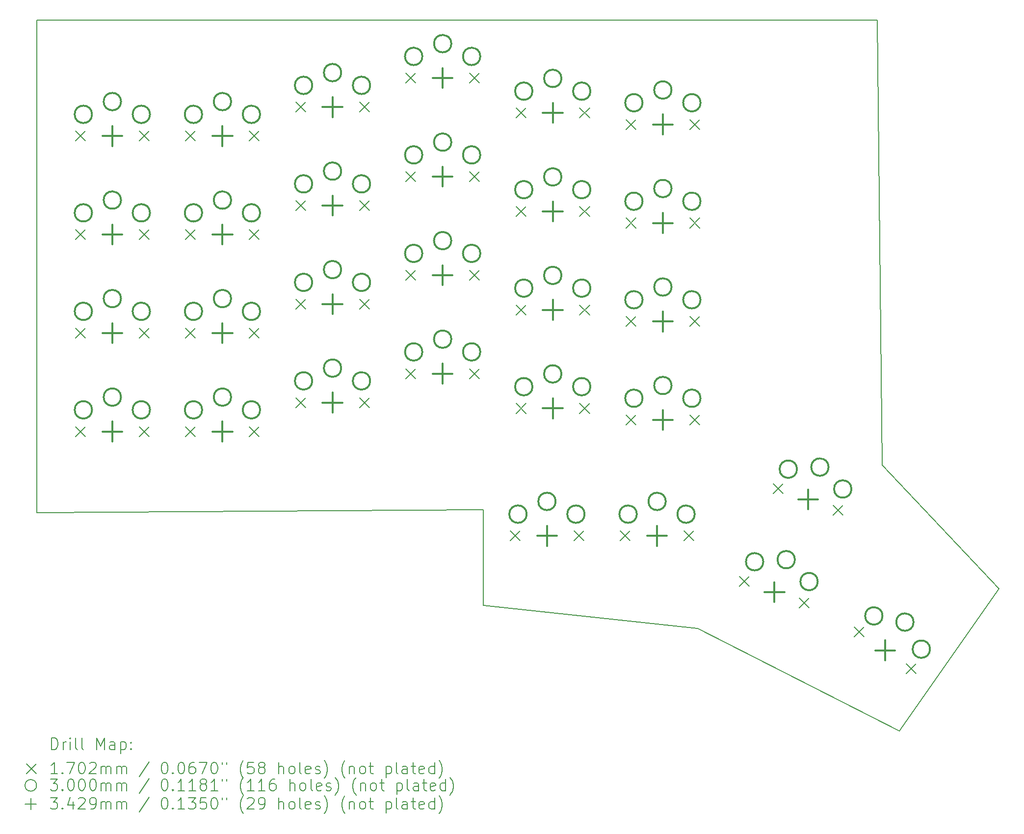
<source format=gbr>
%TF.GenerationSoftware,KiCad,Pcbnew,(6.0.9-0)*%
%TF.CreationDate,2023-01-10T21:03:52-06:00*%
%TF.ProjectId,board,626f6172-642e-46b6-9963-61645f706362,v1.0.0*%
%TF.SameCoordinates,Original*%
%TF.FileFunction,Drillmap*%
%TF.FilePolarity,Positive*%
%FSLAX45Y45*%
G04 Gerber Fmt 4.5, Leading zero omitted, Abs format (unit mm)*
G04 Created by KiCad (PCBNEW (6.0.9-0)) date 2023-01-10 21:03:52*
%MOMM*%
%LPD*%
G01*
G04 APERTURE LIST*
%ADD10C,0.150000*%
%ADD11C,0.200000*%
%ADD12C,0.170180*%
%ADD13C,0.300000*%
%ADD14C,0.342900*%
G04 APERTURE END LIST*
D10*
X1176500Y-9705000D02*
X1176500Y-1205000D01*
X1176500Y-1205000D02*
X15676500Y-1205000D01*
X15676500Y-1205000D02*
X15764190Y-8879568D01*
X15764190Y-8879568D02*
X17777912Y-11015603D01*
X17777912Y-11015603D02*
X16057182Y-13473059D01*
X16057182Y-13473059D02*
X12576500Y-11705000D01*
X12576500Y-11705000D02*
X8876500Y-11305000D01*
X8876500Y-11305000D02*
X8876500Y-9655000D01*
X8876500Y-9655000D02*
X1176500Y-9705000D01*
D11*
D12*
X1841410Y-3119910D02*
X2011590Y-3290090D01*
X2011590Y-3119910D02*
X1841410Y-3290090D01*
X1841410Y-4819910D02*
X2011590Y-4990090D01*
X2011590Y-4819910D02*
X1841410Y-4990090D01*
X1841410Y-6519910D02*
X2011590Y-6690090D01*
X2011590Y-6519910D02*
X1841410Y-6690090D01*
X1841410Y-8219910D02*
X2011590Y-8390090D01*
X2011590Y-8219910D02*
X1841410Y-8390090D01*
X2941410Y-3119910D02*
X3111590Y-3290090D01*
X3111590Y-3119910D02*
X2941410Y-3290090D01*
X2941410Y-4819910D02*
X3111590Y-4990090D01*
X3111590Y-4819910D02*
X2941410Y-4990090D01*
X2941410Y-6519910D02*
X3111590Y-6690090D01*
X3111590Y-6519910D02*
X2941410Y-6690090D01*
X2941410Y-8219910D02*
X3111590Y-8390090D01*
X3111590Y-8219910D02*
X2941410Y-8390090D01*
X3741410Y-3119910D02*
X3911590Y-3290090D01*
X3911590Y-3119910D02*
X3741410Y-3290090D01*
X3741410Y-4819910D02*
X3911590Y-4990090D01*
X3911590Y-4819910D02*
X3741410Y-4990090D01*
X3741410Y-8219910D02*
X3911590Y-8390090D01*
X3911590Y-8219910D02*
X3741410Y-8390090D01*
X3741410Y-6519910D02*
X3911590Y-6690090D01*
X3911590Y-6519910D02*
X3741410Y-6690090D01*
X4841410Y-3119910D02*
X5011590Y-3290090D01*
X5011590Y-3119910D02*
X4841410Y-3290090D01*
X4841410Y-4819910D02*
X5011590Y-4990090D01*
X5011590Y-4819910D02*
X4841410Y-4990090D01*
X4841410Y-8219910D02*
X5011590Y-8390090D01*
X5011590Y-8219910D02*
X4841410Y-8390090D01*
X4841410Y-6519910D02*
X5011590Y-6690090D01*
X5011590Y-6519910D02*
X4841410Y-6690090D01*
X5641410Y-2619910D02*
X5811590Y-2790090D01*
X5811590Y-2619910D02*
X5641410Y-2790090D01*
X5641410Y-4319910D02*
X5811590Y-4490090D01*
X5811590Y-4319910D02*
X5641410Y-4490090D01*
X5641410Y-6019910D02*
X5811590Y-6190090D01*
X5811590Y-6019910D02*
X5641410Y-6190090D01*
X5641410Y-7719910D02*
X5811590Y-7890090D01*
X5811590Y-7719910D02*
X5641410Y-7890090D01*
X6741410Y-2619910D02*
X6911590Y-2790090D01*
X6911590Y-2619910D02*
X6741410Y-2790090D01*
X6741410Y-4319910D02*
X6911590Y-4490090D01*
X6911590Y-4319910D02*
X6741410Y-4490090D01*
X6741410Y-6019910D02*
X6911590Y-6190090D01*
X6911590Y-6019910D02*
X6741410Y-6190090D01*
X6741410Y-7719910D02*
X6911590Y-7890090D01*
X6911590Y-7719910D02*
X6741410Y-7890090D01*
X7541410Y-2119910D02*
X7711590Y-2290090D01*
X7711590Y-2119910D02*
X7541410Y-2290090D01*
X7541410Y-3819910D02*
X7711590Y-3990090D01*
X7711590Y-3819910D02*
X7541410Y-3990090D01*
X7541410Y-5519910D02*
X7711590Y-5690090D01*
X7711590Y-5519910D02*
X7541410Y-5690090D01*
X7541410Y-7219910D02*
X7711590Y-7390090D01*
X7711590Y-7219910D02*
X7541410Y-7390090D01*
X8641410Y-2119910D02*
X8811590Y-2290090D01*
X8811590Y-2119910D02*
X8641410Y-2290090D01*
X8641410Y-3819910D02*
X8811590Y-3990090D01*
X8811590Y-3819910D02*
X8641410Y-3990090D01*
X8641410Y-5519910D02*
X8811590Y-5690090D01*
X8811590Y-5519910D02*
X8641410Y-5690090D01*
X8641410Y-7219910D02*
X8811590Y-7390090D01*
X8811590Y-7219910D02*
X8641410Y-7390090D01*
X9341410Y-10019910D02*
X9511590Y-10190090D01*
X9511590Y-10019910D02*
X9341410Y-10190090D01*
X9441410Y-2719910D02*
X9611590Y-2890090D01*
X9611590Y-2719910D02*
X9441410Y-2890090D01*
X9441410Y-4419910D02*
X9611590Y-4590090D01*
X9611590Y-4419910D02*
X9441410Y-4590090D01*
X9441410Y-7819910D02*
X9611590Y-7990090D01*
X9611590Y-7819910D02*
X9441410Y-7990090D01*
X9441410Y-6119910D02*
X9611590Y-6290090D01*
X9611590Y-6119910D02*
X9441410Y-6290090D01*
X10441410Y-10019910D02*
X10611590Y-10190090D01*
X10611590Y-10019910D02*
X10441410Y-10190090D01*
X10541410Y-2719910D02*
X10711590Y-2890090D01*
X10711590Y-2719910D02*
X10541410Y-2890090D01*
X10541410Y-4419910D02*
X10711590Y-4590090D01*
X10711590Y-4419910D02*
X10541410Y-4590090D01*
X10541410Y-7819910D02*
X10711590Y-7990090D01*
X10711590Y-7819910D02*
X10541410Y-7990090D01*
X10541410Y-6119910D02*
X10711590Y-6290090D01*
X10711590Y-6119910D02*
X10541410Y-6290090D01*
X11241410Y-10019910D02*
X11411590Y-10190090D01*
X11411590Y-10019910D02*
X11241410Y-10190090D01*
X11341410Y-4619910D02*
X11511590Y-4790090D01*
X11511590Y-4619910D02*
X11341410Y-4790090D01*
X11341410Y-6319910D02*
X11511590Y-6490090D01*
X11511590Y-6319910D02*
X11341410Y-6490090D01*
X11341410Y-2919910D02*
X11511590Y-3090090D01*
X11511590Y-2919910D02*
X11341410Y-3090090D01*
X11341410Y-8019910D02*
X11511590Y-8190090D01*
X11511590Y-8019910D02*
X11341410Y-8190090D01*
X12341410Y-10019910D02*
X12511590Y-10190090D01*
X12511590Y-10019910D02*
X12341410Y-10190090D01*
X12441410Y-4619910D02*
X12611590Y-4790090D01*
X12611590Y-4619910D02*
X12441410Y-4790090D01*
X12441410Y-6319910D02*
X12611590Y-6490090D01*
X12611590Y-6319910D02*
X12441410Y-6490090D01*
X12441410Y-2919910D02*
X12611590Y-3090090D01*
X12611590Y-2919910D02*
X12441410Y-3090090D01*
X12441410Y-8019910D02*
X12611590Y-8190090D01*
X12611590Y-8019910D02*
X12441410Y-8190090D01*
X13299122Y-10801517D02*
X13469302Y-10971697D01*
X13469302Y-10801517D02*
X13299122Y-10971697D01*
X13880557Y-9204039D02*
X14050737Y-9374219D01*
X14050737Y-9204039D02*
X13880557Y-9374219D01*
X14332784Y-11177739D02*
X14502964Y-11347919D01*
X14502964Y-11177739D02*
X14332784Y-11347919D01*
X14914218Y-9580262D02*
X15084398Y-9750442D01*
X15084398Y-9580262D02*
X14914218Y-9750442D01*
X15275983Y-11679774D02*
X15446163Y-11849954D01*
X15446163Y-11679774D02*
X15275983Y-11849954D01*
X16177050Y-12310708D02*
X16347230Y-12480888D01*
X16347230Y-12310708D02*
X16177050Y-12480888D01*
D13*
X2126500Y-2830000D02*
G75*
G03*
X2126500Y-2830000I-150000J0D01*
G01*
X2126500Y-4530000D02*
G75*
G03*
X2126500Y-4530000I-150000J0D01*
G01*
X2126500Y-6230000D02*
G75*
G03*
X2126500Y-6230000I-150000J0D01*
G01*
X2126500Y-7930000D02*
G75*
G03*
X2126500Y-7930000I-150000J0D01*
G01*
X2626500Y-2610000D02*
G75*
G03*
X2626500Y-2610000I-150000J0D01*
G01*
X2626500Y-2610000D02*
G75*
G03*
X2626500Y-2610000I-150000J0D01*
G01*
X2626500Y-4310000D02*
G75*
G03*
X2626500Y-4310000I-150000J0D01*
G01*
X2626500Y-4310000D02*
G75*
G03*
X2626500Y-4310000I-150000J0D01*
G01*
X2626500Y-6010000D02*
G75*
G03*
X2626500Y-6010000I-150000J0D01*
G01*
X2626500Y-6010000D02*
G75*
G03*
X2626500Y-6010000I-150000J0D01*
G01*
X2626500Y-7710000D02*
G75*
G03*
X2626500Y-7710000I-150000J0D01*
G01*
X2626500Y-7710000D02*
G75*
G03*
X2626500Y-7710000I-150000J0D01*
G01*
X3126500Y-2830000D02*
G75*
G03*
X3126500Y-2830000I-150000J0D01*
G01*
X3126500Y-4530000D02*
G75*
G03*
X3126500Y-4530000I-150000J0D01*
G01*
X3126500Y-6230000D02*
G75*
G03*
X3126500Y-6230000I-150000J0D01*
G01*
X3126500Y-7930000D02*
G75*
G03*
X3126500Y-7930000I-150000J0D01*
G01*
X4026500Y-2830000D02*
G75*
G03*
X4026500Y-2830000I-150000J0D01*
G01*
X4026500Y-4530000D02*
G75*
G03*
X4026500Y-4530000I-150000J0D01*
G01*
X4026500Y-7930000D02*
G75*
G03*
X4026500Y-7930000I-150000J0D01*
G01*
X4026500Y-6230000D02*
G75*
G03*
X4026500Y-6230000I-150000J0D01*
G01*
X4526500Y-2610000D02*
G75*
G03*
X4526500Y-2610000I-150000J0D01*
G01*
X4526500Y-2610000D02*
G75*
G03*
X4526500Y-2610000I-150000J0D01*
G01*
X4526500Y-4310000D02*
G75*
G03*
X4526500Y-4310000I-150000J0D01*
G01*
X4526500Y-4310000D02*
G75*
G03*
X4526500Y-4310000I-150000J0D01*
G01*
X4526500Y-7710000D02*
G75*
G03*
X4526500Y-7710000I-150000J0D01*
G01*
X4526500Y-7710000D02*
G75*
G03*
X4526500Y-7710000I-150000J0D01*
G01*
X4526500Y-6010000D02*
G75*
G03*
X4526500Y-6010000I-150000J0D01*
G01*
X4526500Y-6010000D02*
G75*
G03*
X4526500Y-6010000I-150000J0D01*
G01*
X5026500Y-2830000D02*
G75*
G03*
X5026500Y-2830000I-150000J0D01*
G01*
X5026500Y-4530000D02*
G75*
G03*
X5026500Y-4530000I-150000J0D01*
G01*
X5026500Y-7930000D02*
G75*
G03*
X5026500Y-7930000I-150000J0D01*
G01*
X5026500Y-6230000D02*
G75*
G03*
X5026500Y-6230000I-150000J0D01*
G01*
X5926500Y-2330000D02*
G75*
G03*
X5926500Y-2330000I-150000J0D01*
G01*
X5926500Y-4030000D02*
G75*
G03*
X5926500Y-4030000I-150000J0D01*
G01*
X5926500Y-5730000D02*
G75*
G03*
X5926500Y-5730000I-150000J0D01*
G01*
X5926500Y-7430000D02*
G75*
G03*
X5926500Y-7430000I-150000J0D01*
G01*
X6426500Y-2110000D02*
G75*
G03*
X6426500Y-2110000I-150000J0D01*
G01*
X6426500Y-2110000D02*
G75*
G03*
X6426500Y-2110000I-150000J0D01*
G01*
X6426500Y-3810000D02*
G75*
G03*
X6426500Y-3810000I-150000J0D01*
G01*
X6426500Y-3810000D02*
G75*
G03*
X6426500Y-3810000I-150000J0D01*
G01*
X6426500Y-5510000D02*
G75*
G03*
X6426500Y-5510000I-150000J0D01*
G01*
X6426500Y-5510000D02*
G75*
G03*
X6426500Y-5510000I-150000J0D01*
G01*
X6426500Y-7210000D02*
G75*
G03*
X6426500Y-7210000I-150000J0D01*
G01*
X6426500Y-7210000D02*
G75*
G03*
X6426500Y-7210000I-150000J0D01*
G01*
X6926500Y-2330000D02*
G75*
G03*
X6926500Y-2330000I-150000J0D01*
G01*
X6926500Y-4030000D02*
G75*
G03*
X6926500Y-4030000I-150000J0D01*
G01*
X6926500Y-5730000D02*
G75*
G03*
X6926500Y-5730000I-150000J0D01*
G01*
X6926500Y-7430000D02*
G75*
G03*
X6926500Y-7430000I-150000J0D01*
G01*
X7826500Y-1830000D02*
G75*
G03*
X7826500Y-1830000I-150000J0D01*
G01*
X7826500Y-3530000D02*
G75*
G03*
X7826500Y-3530000I-150000J0D01*
G01*
X7826500Y-5230000D02*
G75*
G03*
X7826500Y-5230000I-150000J0D01*
G01*
X7826500Y-6930000D02*
G75*
G03*
X7826500Y-6930000I-150000J0D01*
G01*
X8326500Y-1610000D02*
G75*
G03*
X8326500Y-1610000I-150000J0D01*
G01*
X8326500Y-1610000D02*
G75*
G03*
X8326500Y-1610000I-150000J0D01*
G01*
X8326500Y-3310000D02*
G75*
G03*
X8326500Y-3310000I-150000J0D01*
G01*
X8326500Y-3310000D02*
G75*
G03*
X8326500Y-3310000I-150000J0D01*
G01*
X8326500Y-5010000D02*
G75*
G03*
X8326500Y-5010000I-150000J0D01*
G01*
X8326500Y-5010000D02*
G75*
G03*
X8326500Y-5010000I-150000J0D01*
G01*
X8326500Y-6710000D02*
G75*
G03*
X8326500Y-6710000I-150000J0D01*
G01*
X8326500Y-6710000D02*
G75*
G03*
X8326500Y-6710000I-150000J0D01*
G01*
X8826500Y-1830000D02*
G75*
G03*
X8826500Y-1830000I-150000J0D01*
G01*
X8826500Y-3530000D02*
G75*
G03*
X8826500Y-3530000I-150000J0D01*
G01*
X8826500Y-5230000D02*
G75*
G03*
X8826500Y-5230000I-150000J0D01*
G01*
X8826500Y-6930000D02*
G75*
G03*
X8826500Y-6930000I-150000J0D01*
G01*
X9626500Y-9730000D02*
G75*
G03*
X9626500Y-9730000I-150000J0D01*
G01*
X9726500Y-2430000D02*
G75*
G03*
X9726500Y-2430000I-150000J0D01*
G01*
X9726500Y-4130000D02*
G75*
G03*
X9726500Y-4130000I-150000J0D01*
G01*
X9726500Y-7530000D02*
G75*
G03*
X9726500Y-7530000I-150000J0D01*
G01*
X9726500Y-5830000D02*
G75*
G03*
X9726500Y-5830000I-150000J0D01*
G01*
X10126500Y-9510000D02*
G75*
G03*
X10126500Y-9510000I-150000J0D01*
G01*
X10126500Y-9510000D02*
G75*
G03*
X10126500Y-9510000I-150000J0D01*
G01*
X10226500Y-2210000D02*
G75*
G03*
X10226500Y-2210000I-150000J0D01*
G01*
X10226500Y-2210000D02*
G75*
G03*
X10226500Y-2210000I-150000J0D01*
G01*
X10226500Y-3910000D02*
G75*
G03*
X10226500Y-3910000I-150000J0D01*
G01*
X10226500Y-3910000D02*
G75*
G03*
X10226500Y-3910000I-150000J0D01*
G01*
X10226500Y-7310000D02*
G75*
G03*
X10226500Y-7310000I-150000J0D01*
G01*
X10226500Y-7310000D02*
G75*
G03*
X10226500Y-7310000I-150000J0D01*
G01*
X10226500Y-5610000D02*
G75*
G03*
X10226500Y-5610000I-150000J0D01*
G01*
X10226500Y-5610000D02*
G75*
G03*
X10226500Y-5610000I-150000J0D01*
G01*
X10626500Y-9730000D02*
G75*
G03*
X10626500Y-9730000I-150000J0D01*
G01*
X10726500Y-2430000D02*
G75*
G03*
X10726500Y-2430000I-150000J0D01*
G01*
X10726500Y-4130000D02*
G75*
G03*
X10726500Y-4130000I-150000J0D01*
G01*
X10726500Y-7530000D02*
G75*
G03*
X10726500Y-7530000I-150000J0D01*
G01*
X10726500Y-5830000D02*
G75*
G03*
X10726500Y-5830000I-150000J0D01*
G01*
X11526500Y-9730000D02*
G75*
G03*
X11526500Y-9730000I-150000J0D01*
G01*
X11626500Y-4330000D02*
G75*
G03*
X11626500Y-4330000I-150000J0D01*
G01*
X11626500Y-6030000D02*
G75*
G03*
X11626500Y-6030000I-150000J0D01*
G01*
X11626500Y-2630000D02*
G75*
G03*
X11626500Y-2630000I-150000J0D01*
G01*
X11626500Y-7730000D02*
G75*
G03*
X11626500Y-7730000I-150000J0D01*
G01*
X12026500Y-9510000D02*
G75*
G03*
X12026500Y-9510000I-150000J0D01*
G01*
X12026500Y-9510000D02*
G75*
G03*
X12026500Y-9510000I-150000J0D01*
G01*
X12126500Y-4110000D02*
G75*
G03*
X12126500Y-4110000I-150000J0D01*
G01*
X12126500Y-4110000D02*
G75*
G03*
X12126500Y-4110000I-150000J0D01*
G01*
X12126500Y-5810000D02*
G75*
G03*
X12126500Y-5810000I-150000J0D01*
G01*
X12126500Y-5810000D02*
G75*
G03*
X12126500Y-5810000I-150000J0D01*
G01*
X12126500Y-2410000D02*
G75*
G03*
X12126500Y-2410000I-150000J0D01*
G01*
X12126500Y-2410000D02*
G75*
G03*
X12126500Y-2410000I-150000J0D01*
G01*
X12126500Y-7510000D02*
G75*
G03*
X12126500Y-7510000I-150000J0D01*
G01*
X12126500Y-7510000D02*
G75*
G03*
X12126500Y-7510000I-150000J0D01*
G01*
X12526500Y-9730000D02*
G75*
G03*
X12526500Y-9730000I-150000J0D01*
G01*
X12626500Y-4330000D02*
G75*
G03*
X12626500Y-4330000I-150000J0D01*
G01*
X12626500Y-6030000D02*
G75*
G03*
X12626500Y-6030000I-150000J0D01*
G01*
X12626500Y-2630000D02*
G75*
G03*
X12626500Y-2630000I-150000J0D01*
G01*
X12626500Y-7730000D02*
G75*
G03*
X12626500Y-7730000I-150000J0D01*
G01*
X13709455Y-10551323D02*
G75*
G03*
X13709455Y-10551323I-150000J0D01*
G01*
X14254545Y-10515601D02*
G75*
G03*
X14254545Y-10515601I-150000J0D01*
G01*
X14254545Y-10515601D02*
G75*
G03*
X14254545Y-10515601I-150000J0D01*
G01*
X14290889Y-8953846D02*
G75*
G03*
X14290889Y-8953846I-150000J0D01*
G01*
X14649147Y-10893343D02*
G75*
G03*
X14649147Y-10893343I-150000J0D01*
G01*
X14835980Y-8918123D02*
G75*
G03*
X14835980Y-8918123I-150000J0D01*
G01*
X14835980Y-8918123D02*
G75*
G03*
X14835980Y-8918123I-150000J0D01*
G01*
X15230581Y-9295866D02*
G75*
G03*
X15230581Y-9295866I-150000J0D01*
G01*
X15767122Y-11486361D02*
G75*
G03*
X15767122Y-11486361I-150000J0D01*
G01*
X16302885Y-11592935D02*
G75*
G03*
X16302885Y-11592935I-150000J0D01*
G01*
X16302885Y-11592935D02*
G75*
G03*
X16302885Y-11592935I-150000J0D01*
G01*
X16586274Y-12059937D02*
G75*
G03*
X16586274Y-12059937I-150000J0D01*
G01*
D14*
X2476500Y-3033550D02*
X2476500Y-3376450D01*
X2305050Y-3205000D02*
X2647950Y-3205000D01*
X2476500Y-4733550D02*
X2476500Y-5076450D01*
X2305050Y-4905000D02*
X2647950Y-4905000D01*
X2476500Y-6433550D02*
X2476500Y-6776450D01*
X2305050Y-6605000D02*
X2647950Y-6605000D01*
X2476500Y-8133550D02*
X2476500Y-8476450D01*
X2305050Y-8305000D02*
X2647950Y-8305000D01*
X4376500Y-3033550D02*
X4376500Y-3376450D01*
X4205050Y-3205000D02*
X4547950Y-3205000D01*
X4376500Y-4733550D02*
X4376500Y-5076450D01*
X4205050Y-4905000D02*
X4547950Y-4905000D01*
X4376500Y-8133550D02*
X4376500Y-8476450D01*
X4205050Y-8305000D02*
X4547950Y-8305000D01*
X4376500Y-6433550D02*
X4376500Y-6776450D01*
X4205050Y-6605000D02*
X4547950Y-6605000D01*
X6276500Y-2533550D02*
X6276500Y-2876450D01*
X6105050Y-2705000D02*
X6447950Y-2705000D01*
X6276500Y-4233550D02*
X6276500Y-4576450D01*
X6105050Y-4405000D02*
X6447950Y-4405000D01*
X6276500Y-5933550D02*
X6276500Y-6276450D01*
X6105050Y-6105000D02*
X6447950Y-6105000D01*
X6276500Y-7633550D02*
X6276500Y-7976450D01*
X6105050Y-7805000D02*
X6447950Y-7805000D01*
X8176500Y-2033550D02*
X8176500Y-2376450D01*
X8005050Y-2205000D02*
X8347950Y-2205000D01*
X8176500Y-3733550D02*
X8176500Y-4076450D01*
X8005050Y-3905000D02*
X8347950Y-3905000D01*
X8176500Y-5433550D02*
X8176500Y-5776450D01*
X8005050Y-5605000D02*
X8347950Y-5605000D01*
X8176500Y-7133550D02*
X8176500Y-7476450D01*
X8005050Y-7305000D02*
X8347950Y-7305000D01*
X9976500Y-9933550D02*
X9976500Y-10276450D01*
X9805050Y-10105000D02*
X10147950Y-10105000D01*
X10076500Y-2633550D02*
X10076500Y-2976450D01*
X9905050Y-2805000D02*
X10247950Y-2805000D01*
X10076500Y-4333550D02*
X10076500Y-4676450D01*
X9905050Y-4505000D02*
X10247950Y-4505000D01*
X10076500Y-7733550D02*
X10076500Y-8076450D01*
X9905050Y-7905000D02*
X10247950Y-7905000D01*
X10076500Y-6033550D02*
X10076500Y-6376450D01*
X9905050Y-6205000D02*
X10247950Y-6205000D01*
X11876500Y-9933550D02*
X11876500Y-10276450D01*
X11705050Y-10105000D02*
X12047950Y-10105000D01*
X11976500Y-4533550D02*
X11976500Y-4876450D01*
X11805050Y-4705000D02*
X12147950Y-4705000D01*
X11976500Y-6233550D02*
X11976500Y-6576450D01*
X11805050Y-6405000D02*
X12147950Y-6405000D01*
X11976500Y-2833550D02*
X11976500Y-3176450D01*
X11805050Y-3005000D02*
X12147950Y-3005000D01*
X11976500Y-7933550D02*
X11976500Y-8276450D01*
X11805050Y-8105000D02*
X12147950Y-8105000D01*
X13901043Y-10903268D02*
X13901043Y-11246168D01*
X13729593Y-11074718D02*
X14072493Y-11074718D01*
X14482478Y-9305791D02*
X14482478Y-9648691D01*
X14311028Y-9477241D02*
X14653928Y-9477241D01*
X15811607Y-11908881D02*
X15811607Y-12251781D01*
X15640157Y-12080331D02*
X15983057Y-12080331D01*
D11*
X1426619Y-13791035D02*
X1426619Y-13591035D01*
X1474238Y-13591035D01*
X1502810Y-13600559D01*
X1521857Y-13619607D01*
X1531381Y-13638654D01*
X1540905Y-13676750D01*
X1540905Y-13705321D01*
X1531381Y-13743416D01*
X1521857Y-13762464D01*
X1502810Y-13781512D01*
X1474238Y-13791035D01*
X1426619Y-13791035D01*
X1626619Y-13791035D02*
X1626619Y-13657702D01*
X1626619Y-13695797D02*
X1636143Y-13676750D01*
X1645667Y-13667226D01*
X1664714Y-13657702D01*
X1683762Y-13657702D01*
X1750429Y-13791035D02*
X1750429Y-13657702D01*
X1750429Y-13591035D02*
X1740905Y-13600559D01*
X1750429Y-13610083D01*
X1759952Y-13600559D01*
X1750429Y-13591035D01*
X1750429Y-13610083D01*
X1874238Y-13791035D02*
X1855190Y-13781512D01*
X1845667Y-13762464D01*
X1845667Y-13591035D01*
X1979000Y-13791035D02*
X1959952Y-13781512D01*
X1950429Y-13762464D01*
X1950429Y-13591035D01*
X2207572Y-13791035D02*
X2207572Y-13591035D01*
X2274238Y-13733893D01*
X2340905Y-13591035D01*
X2340905Y-13791035D01*
X2521857Y-13791035D02*
X2521857Y-13686273D01*
X2512333Y-13667226D01*
X2493286Y-13657702D01*
X2455191Y-13657702D01*
X2436143Y-13667226D01*
X2521857Y-13781512D02*
X2502810Y-13791035D01*
X2455191Y-13791035D01*
X2436143Y-13781512D01*
X2426619Y-13762464D01*
X2426619Y-13743416D01*
X2436143Y-13724369D01*
X2455191Y-13714845D01*
X2502810Y-13714845D01*
X2521857Y-13705321D01*
X2617095Y-13657702D02*
X2617095Y-13857702D01*
X2617095Y-13667226D02*
X2636143Y-13657702D01*
X2674238Y-13657702D01*
X2693286Y-13667226D01*
X2702810Y-13676750D01*
X2712333Y-13695797D01*
X2712333Y-13752940D01*
X2702810Y-13771988D01*
X2693286Y-13781512D01*
X2674238Y-13791035D01*
X2636143Y-13791035D01*
X2617095Y-13781512D01*
X2798048Y-13771988D02*
X2807571Y-13781512D01*
X2798048Y-13791035D01*
X2788524Y-13781512D01*
X2798048Y-13771988D01*
X2798048Y-13791035D01*
X2798048Y-13667226D02*
X2807571Y-13676750D01*
X2798048Y-13686273D01*
X2788524Y-13676750D01*
X2798048Y-13667226D01*
X2798048Y-13686273D01*
D12*
X998820Y-14035469D02*
X1169000Y-14205649D01*
X1169000Y-14035469D02*
X998820Y-14205649D01*
D11*
X1531381Y-14211035D02*
X1417095Y-14211035D01*
X1474238Y-14211035D02*
X1474238Y-14011035D01*
X1455190Y-14039607D01*
X1436143Y-14058654D01*
X1417095Y-14068178D01*
X1617095Y-14191988D02*
X1626619Y-14201512D01*
X1617095Y-14211035D01*
X1607571Y-14201512D01*
X1617095Y-14191988D01*
X1617095Y-14211035D01*
X1693286Y-14011035D02*
X1826619Y-14011035D01*
X1740905Y-14211035D01*
X1940905Y-14011035D02*
X1959952Y-14011035D01*
X1979000Y-14020559D01*
X1988524Y-14030083D01*
X1998048Y-14049131D01*
X2007571Y-14087226D01*
X2007571Y-14134845D01*
X1998048Y-14172940D01*
X1988524Y-14191988D01*
X1979000Y-14201512D01*
X1959952Y-14211035D01*
X1940905Y-14211035D01*
X1921857Y-14201512D01*
X1912333Y-14191988D01*
X1902810Y-14172940D01*
X1893286Y-14134845D01*
X1893286Y-14087226D01*
X1902810Y-14049131D01*
X1912333Y-14030083D01*
X1921857Y-14020559D01*
X1940905Y-14011035D01*
X2083762Y-14030083D02*
X2093286Y-14020559D01*
X2112333Y-14011035D01*
X2159952Y-14011035D01*
X2179000Y-14020559D01*
X2188524Y-14030083D01*
X2198048Y-14049131D01*
X2198048Y-14068178D01*
X2188524Y-14096750D01*
X2074238Y-14211035D01*
X2198048Y-14211035D01*
X2283762Y-14211035D02*
X2283762Y-14077702D01*
X2283762Y-14096750D02*
X2293286Y-14087226D01*
X2312333Y-14077702D01*
X2340905Y-14077702D01*
X2359952Y-14087226D01*
X2369476Y-14106273D01*
X2369476Y-14211035D01*
X2369476Y-14106273D02*
X2379000Y-14087226D01*
X2398048Y-14077702D01*
X2426619Y-14077702D01*
X2445667Y-14087226D01*
X2455191Y-14106273D01*
X2455191Y-14211035D01*
X2550429Y-14211035D02*
X2550429Y-14077702D01*
X2550429Y-14096750D02*
X2559952Y-14087226D01*
X2579000Y-14077702D01*
X2607572Y-14077702D01*
X2626619Y-14087226D01*
X2636143Y-14106273D01*
X2636143Y-14211035D01*
X2636143Y-14106273D02*
X2645667Y-14087226D01*
X2664714Y-14077702D01*
X2693286Y-14077702D01*
X2712333Y-14087226D01*
X2721857Y-14106273D01*
X2721857Y-14211035D01*
X3112333Y-14001512D02*
X2940905Y-14258654D01*
X3369476Y-14011035D02*
X3388524Y-14011035D01*
X3407571Y-14020559D01*
X3417095Y-14030083D01*
X3426619Y-14049131D01*
X3436143Y-14087226D01*
X3436143Y-14134845D01*
X3426619Y-14172940D01*
X3417095Y-14191988D01*
X3407571Y-14201512D01*
X3388524Y-14211035D01*
X3369476Y-14211035D01*
X3350429Y-14201512D01*
X3340905Y-14191988D01*
X3331381Y-14172940D01*
X3321857Y-14134845D01*
X3321857Y-14087226D01*
X3331381Y-14049131D01*
X3340905Y-14030083D01*
X3350429Y-14020559D01*
X3369476Y-14011035D01*
X3521857Y-14191988D02*
X3531381Y-14201512D01*
X3521857Y-14211035D01*
X3512333Y-14201512D01*
X3521857Y-14191988D01*
X3521857Y-14211035D01*
X3655190Y-14011035D02*
X3674238Y-14011035D01*
X3693286Y-14020559D01*
X3702810Y-14030083D01*
X3712333Y-14049131D01*
X3721857Y-14087226D01*
X3721857Y-14134845D01*
X3712333Y-14172940D01*
X3702810Y-14191988D01*
X3693286Y-14201512D01*
X3674238Y-14211035D01*
X3655190Y-14211035D01*
X3636143Y-14201512D01*
X3626619Y-14191988D01*
X3617095Y-14172940D01*
X3607571Y-14134845D01*
X3607571Y-14087226D01*
X3617095Y-14049131D01*
X3626619Y-14030083D01*
X3636143Y-14020559D01*
X3655190Y-14011035D01*
X3893286Y-14011035D02*
X3855190Y-14011035D01*
X3836143Y-14020559D01*
X3826619Y-14030083D01*
X3807571Y-14058654D01*
X3798048Y-14096750D01*
X3798048Y-14172940D01*
X3807571Y-14191988D01*
X3817095Y-14201512D01*
X3836143Y-14211035D01*
X3874238Y-14211035D01*
X3893286Y-14201512D01*
X3902810Y-14191988D01*
X3912333Y-14172940D01*
X3912333Y-14125321D01*
X3902810Y-14106273D01*
X3893286Y-14096750D01*
X3874238Y-14087226D01*
X3836143Y-14087226D01*
X3817095Y-14096750D01*
X3807571Y-14106273D01*
X3798048Y-14125321D01*
X3979000Y-14011035D02*
X4112333Y-14011035D01*
X4026619Y-14211035D01*
X4226619Y-14011035D02*
X4245667Y-14011035D01*
X4264714Y-14020559D01*
X4274238Y-14030083D01*
X4283762Y-14049131D01*
X4293286Y-14087226D01*
X4293286Y-14134845D01*
X4283762Y-14172940D01*
X4274238Y-14191988D01*
X4264714Y-14201512D01*
X4245667Y-14211035D01*
X4226619Y-14211035D01*
X4207572Y-14201512D01*
X4198048Y-14191988D01*
X4188524Y-14172940D01*
X4179000Y-14134845D01*
X4179000Y-14087226D01*
X4188524Y-14049131D01*
X4198048Y-14030083D01*
X4207572Y-14020559D01*
X4226619Y-14011035D01*
X4369476Y-14011035D02*
X4369476Y-14049131D01*
X4445667Y-14011035D02*
X4445667Y-14049131D01*
X4740905Y-14287226D02*
X4731381Y-14277702D01*
X4712333Y-14249131D01*
X4702810Y-14230083D01*
X4693286Y-14201512D01*
X4683762Y-14153893D01*
X4683762Y-14115797D01*
X4693286Y-14068178D01*
X4702810Y-14039607D01*
X4712333Y-14020559D01*
X4731381Y-13991988D01*
X4740905Y-13982464D01*
X4912333Y-14011035D02*
X4817095Y-14011035D01*
X4807572Y-14106273D01*
X4817095Y-14096750D01*
X4836143Y-14087226D01*
X4883762Y-14087226D01*
X4902810Y-14096750D01*
X4912333Y-14106273D01*
X4921857Y-14125321D01*
X4921857Y-14172940D01*
X4912333Y-14191988D01*
X4902810Y-14201512D01*
X4883762Y-14211035D01*
X4836143Y-14211035D01*
X4817095Y-14201512D01*
X4807572Y-14191988D01*
X5036143Y-14096750D02*
X5017095Y-14087226D01*
X5007572Y-14077702D01*
X4998048Y-14058654D01*
X4998048Y-14049131D01*
X5007572Y-14030083D01*
X5017095Y-14020559D01*
X5036143Y-14011035D01*
X5074238Y-14011035D01*
X5093286Y-14020559D01*
X5102810Y-14030083D01*
X5112333Y-14049131D01*
X5112333Y-14058654D01*
X5102810Y-14077702D01*
X5093286Y-14087226D01*
X5074238Y-14096750D01*
X5036143Y-14096750D01*
X5017095Y-14106273D01*
X5007572Y-14115797D01*
X4998048Y-14134845D01*
X4998048Y-14172940D01*
X5007572Y-14191988D01*
X5017095Y-14201512D01*
X5036143Y-14211035D01*
X5074238Y-14211035D01*
X5093286Y-14201512D01*
X5102810Y-14191988D01*
X5112333Y-14172940D01*
X5112333Y-14134845D01*
X5102810Y-14115797D01*
X5093286Y-14106273D01*
X5074238Y-14096750D01*
X5350429Y-14211035D02*
X5350429Y-14011035D01*
X5436143Y-14211035D02*
X5436143Y-14106273D01*
X5426619Y-14087226D01*
X5407572Y-14077702D01*
X5379000Y-14077702D01*
X5359952Y-14087226D01*
X5350429Y-14096750D01*
X5559952Y-14211035D02*
X5540905Y-14201512D01*
X5531381Y-14191988D01*
X5521857Y-14172940D01*
X5521857Y-14115797D01*
X5531381Y-14096750D01*
X5540905Y-14087226D01*
X5559952Y-14077702D01*
X5588524Y-14077702D01*
X5607571Y-14087226D01*
X5617095Y-14096750D01*
X5626619Y-14115797D01*
X5626619Y-14172940D01*
X5617095Y-14191988D01*
X5607571Y-14201512D01*
X5588524Y-14211035D01*
X5559952Y-14211035D01*
X5740905Y-14211035D02*
X5721857Y-14201512D01*
X5712333Y-14182464D01*
X5712333Y-14011035D01*
X5893286Y-14201512D02*
X5874238Y-14211035D01*
X5836143Y-14211035D01*
X5817095Y-14201512D01*
X5807571Y-14182464D01*
X5807571Y-14106273D01*
X5817095Y-14087226D01*
X5836143Y-14077702D01*
X5874238Y-14077702D01*
X5893286Y-14087226D01*
X5902810Y-14106273D01*
X5902810Y-14125321D01*
X5807571Y-14144369D01*
X5979000Y-14201512D02*
X5998048Y-14211035D01*
X6036143Y-14211035D01*
X6055190Y-14201512D01*
X6064714Y-14182464D01*
X6064714Y-14172940D01*
X6055190Y-14153893D01*
X6036143Y-14144369D01*
X6007571Y-14144369D01*
X5988524Y-14134845D01*
X5979000Y-14115797D01*
X5979000Y-14106273D01*
X5988524Y-14087226D01*
X6007571Y-14077702D01*
X6036143Y-14077702D01*
X6055190Y-14087226D01*
X6131381Y-14287226D02*
X6140905Y-14277702D01*
X6159952Y-14249131D01*
X6169476Y-14230083D01*
X6179000Y-14201512D01*
X6188524Y-14153893D01*
X6188524Y-14115797D01*
X6179000Y-14068178D01*
X6169476Y-14039607D01*
X6159952Y-14020559D01*
X6140905Y-13991988D01*
X6131381Y-13982464D01*
X6493286Y-14287226D02*
X6483762Y-14277702D01*
X6464714Y-14249131D01*
X6455190Y-14230083D01*
X6445667Y-14201512D01*
X6436143Y-14153893D01*
X6436143Y-14115797D01*
X6445667Y-14068178D01*
X6455190Y-14039607D01*
X6464714Y-14020559D01*
X6483762Y-13991988D01*
X6493286Y-13982464D01*
X6569476Y-14077702D02*
X6569476Y-14211035D01*
X6569476Y-14096750D02*
X6579000Y-14087226D01*
X6598048Y-14077702D01*
X6626619Y-14077702D01*
X6645667Y-14087226D01*
X6655190Y-14106273D01*
X6655190Y-14211035D01*
X6779000Y-14211035D02*
X6759952Y-14201512D01*
X6750429Y-14191988D01*
X6740905Y-14172940D01*
X6740905Y-14115797D01*
X6750429Y-14096750D01*
X6759952Y-14087226D01*
X6779000Y-14077702D01*
X6807571Y-14077702D01*
X6826619Y-14087226D01*
X6836143Y-14096750D01*
X6845667Y-14115797D01*
X6845667Y-14172940D01*
X6836143Y-14191988D01*
X6826619Y-14201512D01*
X6807571Y-14211035D01*
X6779000Y-14211035D01*
X6902810Y-14077702D02*
X6979000Y-14077702D01*
X6931381Y-14011035D02*
X6931381Y-14182464D01*
X6940905Y-14201512D01*
X6959952Y-14211035D01*
X6979000Y-14211035D01*
X7198048Y-14077702D02*
X7198048Y-14277702D01*
X7198048Y-14087226D02*
X7217095Y-14077702D01*
X7255190Y-14077702D01*
X7274238Y-14087226D01*
X7283762Y-14096750D01*
X7293286Y-14115797D01*
X7293286Y-14172940D01*
X7283762Y-14191988D01*
X7274238Y-14201512D01*
X7255190Y-14211035D01*
X7217095Y-14211035D01*
X7198048Y-14201512D01*
X7407571Y-14211035D02*
X7388524Y-14201512D01*
X7379000Y-14182464D01*
X7379000Y-14011035D01*
X7569476Y-14211035D02*
X7569476Y-14106273D01*
X7559952Y-14087226D01*
X7540905Y-14077702D01*
X7502810Y-14077702D01*
X7483762Y-14087226D01*
X7569476Y-14201512D02*
X7550429Y-14211035D01*
X7502810Y-14211035D01*
X7483762Y-14201512D01*
X7474238Y-14182464D01*
X7474238Y-14163416D01*
X7483762Y-14144369D01*
X7502810Y-14134845D01*
X7550429Y-14134845D01*
X7569476Y-14125321D01*
X7636143Y-14077702D02*
X7712333Y-14077702D01*
X7664714Y-14011035D02*
X7664714Y-14182464D01*
X7674238Y-14201512D01*
X7693286Y-14211035D01*
X7712333Y-14211035D01*
X7855190Y-14201512D02*
X7836143Y-14211035D01*
X7798048Y-14211035D01*
X7779000Y-14201512D01*
X7769476Y-14182464D01*
X7769476Y-14106273D01*
X7779000Y-14087226D01*
X7798048Y-14077702D01*
X7836143Y-14077702D01*
X7855190Y-14087226D01*
X7864714Y-14106273D01*
X7864714Y-14125321D01*
X7769476Y-14144369D01*
X8036143Y-14211035D02*
X8036143Y-14011035D01*
X8036143Y-14201512D02*
X8017095Y-14211035D01*
X7979000Y-14211035D01*
X7959952Y-14201512D01*
X7950429Y-14191988D01*
X7940905Y-14172940D01*
X7940905Y-14115797D01*
X7950429Y-14096750D01*
X7959952Y-14087226D01*
X7979000Y-14077702D01*
X8017095Y-14077702D01*
X8036143Y-14087226D01*
X8112333Y-14287226D02*
X8121857Y-14277702D01*
X8140905Y-14249131D01*
X8150429Y-14230083D01*
X8159952Y-14201512D01*
X8169476Y-14153893D01*
X8169476Y-14115797D01*
X8159952Y-14068178D01*
X8150429Y-14039607D01*
X8140905Y-14020559D01*
X8121857Y-13991988D01*
X8112333Y-13982464D01*
X1169000Y-14410739D02*
G75*
G03*
X1169000Y-14410739I-100000J0D01*
G01*
X1407571Y-14301215D02*
X1531381Y-14301215D01*
X1464714Y-14377406D01*
X1493286Y-14377406D01*
X1512333Y-14386930D01*
X1521857Y-14396453D01*
X1531381Y-14415501D01*
X1531381Y-14463120D01*
X1521857Y-14482168D01*
X1512333Y-14491692D01*
X1493286Y-14501215D01*
X1436143Y-14501215D01*
X1417095Y-14491692D01*
X1407571Y-14482168D01*
X1617095Y-14482168D02*
X1626619Y-14491692D01*
X1617095Y-14501215D01*
X1607571Y-14491692D01*
X1617095Y-14482168D01*
X1617095Y-14501215D01*
X1750429Y-14301215D02*
X1769476Y-14301215D01*
X1788524Y-14310739D01*
X1798048Y-14320263D01*
X1807571Y-14339311D01*
X1817095Y-14377406D01*
X1817095Y-14425025D01*
X1807571Y-14463120D01*
X1798048Y-14482168D01*
X1788524Y-14491692D01*
X1769476Y-14501215D01*
X1750429Y-14501215D01*
X1731381Y-14491692D01*
X1721857Y-14482168D01*
X1712333Y-14463120D01*
X1702810Y-14425025D01*
X1702810Y-14377406D01*
X1712333Y-14339311D01*
X1721857Y-14320263D01*
X1731381Y-14310739D01*
X1750429Y-14301215D01*
X1940905Y-14301215D02*
X1959952Y-14301215D01*
X1979000Y-14310739D01*
X1988524Y-14320263D01*
X1998048Y-14339311D01*
X2007571Y-14377406D01*
X2007571Y-14425025D01*
X1998048Y-14463120D01*
X1988524Y-14482168D01*
X1979000Y-14491692D01*
X1959952Y-14501215D01*
X1940905Y-14501215D01*
X1921857Y-14491692D01*
X1912333Y-14482168D01*
X1902810Y-14463120D01*
X1893286Y-14425025D01*
X1893286Y-14377406D01*
X1902810Y-14339311D01*
X1912333Y-14320263D01*
X1921857Y-14310739D01*
X1940905Y-14301215D01*
X2131381Y-14301215D02*
X2150429Y-14301215D01*
X2169476Y-14310739D01*
X2179000Y-14320263D01*
X2188524Y-14339311D01*
X2198048Y-14377406D01*
X2198048Y-14425025D01*
X2188524Y-14463120D01*
X2179000Y-14482168D01*
X2169476Y-14491692D01*
X2150429Y-14501215D01*
X2131381Y-14501215D01*
X2112333Y-14491692D01*
X2102810Y-14482168D01*
X2093286Y-14463120D01*
X2083762Y-14425025D01*
X2083762Y-14377406D01*
X2093286Y-14339311D01*
X2102810Y-14320263D01*
X2112333Y-14310739D01*
X2131381Y-14301215D01*
X2283762Y-14501215D02*
X2283762Y-14367882D01*
X2283762Y-14386930D02*
X2293286Y-14377406D01*
X2312333Y-14367882D01*
X2340905Y-14367882D01*
X2359952Y-14377406D01*
X2369476Y-14396453D01*
X2369476Y-14501215D01*
X2369476Y-14396453D02*
X2379000Y-14377406D01*
X2398048Y-14367882D01*
X2426619Y-14367882D01*
X2445667Y-14377406D01*
X2455191Y-14396453D01*
X2455191Y-14501215D01*
X2550429Y-14501215D02*
X2550429Y-14367882D01*
X2550429Y-14386930D02*
X2559952Y-14377406D01*
X2579000Y-14367882D01*
X2607572Y-14367882D01*
X2626619Y-14377406D01*
X2636143Y-14396453D01*
X2636143Y-14501215D01*
X2636143Y-14396453D02*
X2645667Y-14377406D01*
X2664714Y-14367882D01*
X2693286Y-14367882D01*
X2712333Y-14377406D01*
X2721857Y-14396453D01*
X2721857Y-14501215D01*
X3112333Y-14291692D02*
X2940905Y-14548834D01*
X3369476Y-14301215D02*
X3388524Y-14301215D01*
X3407571Y-14310739D01*
X3417095Y-14320263D01*
X3426619Y-14339311D01*
X3436143Y-14377406D01*
X3436143Y-14425025D01*
X3426619Y-14463120D01*
X3417095Y-14482168D01*
X3407571Y-14491692D01*
X3388524Y-14501215D01*
X3369476Y-14501215D01*
X3350429Y-14491692D01*
X3340905Y-14482168D01*
X3331381Y-14463120D01*
X3321857Y-14425025D01*
X3321857Y-14377406D01*
X3331381Y-14339311D01*
X3340905Y-14320263D01*
X3350429Y-14310739D01*
X3369476Y-14301215D01*
X3521857Y-14482168D02*
X3531381Y-14491692D01*
X3521857Y-14501215D01*
X3512333Y-14491692D01*
X3521857Y-14482168D01*
X3521857Y-14501215D01*
X3721857Y-14501215D02*
X3607571Y-14501215D01*
X3664714Y-14501215D02*
X3664714Y-14301215D01*
X3645667Y-14329787D01*
X3626619Y-14348834D01*
X3607571Y-14358358D01*
X3912333Y-14501215D02*
X3798048Y-14501215D01*
X3855190Y-14501215D02*
X3855190Y-14301215D01*
X3836143Y-14329787D01*
X3817095Y-14348834D01*
X3798048Y-14358358D01*
X4026619Y-14386930D02*
X4007571Y-14377406D01*
X3998048Y-14367882D01*
X3988524Y-14348834D01*
X3988524Y-14339311D01*
X3998048Y-14320263D01*
X4007571Y-14310739D01*
X4026619Y-14301215D01*
X4064714Y-14301215D01*
X4083762Y-14310739D01*
X4093286Y-14320263D01*
X4102810Y-14339311D01*
X4102810Y-14348834D01*
X4093286Y-14367882D01*
X4083762Y-14377406D01*
X4064714Y-14386930D01*
X4026619Y-14386930D01*
X4007571Y-14396453D01*
X3998048Y-14405977D01*
X3988524Y-14425025D01*
X3988524Y-14463120D01*
X3998048Y-14482168D01*
X4007571Y-14491692D01*
X4026619Y-14501215D01*
X4064714Y-14501215D01*
X4083762Y-14491692D01*
X4093286Y-14482168D01*
X4102810Y-14463120D01*
X4102810Y-14425025D01*
X4093286Y-14405977D01*
X4083762Y-14396453D01*
X4064714Y-14386930D01*
X4293286Y-14501215D02*
X4179000Y-14501215D01*
X4236143Y-14501215D02*
X4236143Y-14301215D01*
X4217095Y-14329787D01*
X4198048Y-14348834D01*
X4179000Y-14358358D01*
X4369476Y-14301215D02*
X4369476Y-14339311D01*
X4445667Y-14301215D02*
X4445667Y-14339311D01*
X4740905Y-14577406D02*
X4731381Y-14567882D01*
X4712333Y-14539311D01*
X4702810Y-14520263D01*
X4693286Y-14491692D01*
X4683762Y-14444073D01*
X4683762Y-14405977D01*
X4693286Y-14358358D01*
X4702810Y-14329787D01*
X4712333Y-14310739D01*
X4731381Y-14282168D01*
X4740905Y-14272644D01*
X4921857Y-14501215D02*
X4807572Y-14501215D01*
X4864714Y-14501215D02*
X4864714Y-14301215D01*
X4845667Y-14329787D01*
X4826619Y-14348834D01*
X4807572Y-14358358D01*
X5112333Y-14501215D02*
X4998048Y-14501215D01*
X5055191Y-14501215D02*
X5055191Y-14301215D01*
X5036143Y-14329787D01*
X5017095Y-14348834D01*
X4998048Y-14358358D01*
X5283762Y-14301215D02*
X5245667Y-14301215D01*
X5226619Y-14310739D01*
X5217095Y-14320263D01*
X5198048Y-14348834D01*
X5188524Y-14386930D01*
X5188524Y-14463120D01*
X5198048Y-14482168D01*
X5207572Y-14491692D01*
X5226619Y-14501215D01*
X5264714Y-14501215D01*
X5283762Y-14491692D01*
X5293286Y-14482168D01*
X5302810Y-14463120D01*
X5302810Y-14415501D01*
X5293286Y-14396453D01*
X5283762Y-14386930D01*
X5264714Y-14377406D01*
X5226619Y-14377406D01*
X5207572Y-14386930D01*
X5198048Y-14396453D01*
X5188524Y-14415501D01*
X5540905Y-14501215D02*
X5540905Y-14301215D01*
X5626619Y-14501215D02*
X5626619Y-14396453D01*
X5617095Y-14377406D01*
X5598048Y-14367882D01*
X5569476Y-14367882D01*
X5550429Y-14377406D01*
X5540905Y-14386930D01*
X5750429Y-14501215D02*
X5731381Y-14491692D01*
X5721857Y-14482168D01*
X5712333Y-14463120D01*
X5712333Y-14405977D01*
X5721857Y-14386930D01*
X5731381Y-14377406D01*
X5750429Y-14367882D01*
X5779000Y-14367882D01*
X5798048Y-14377406D01*
X5807571Y-14386930D01*
X5817095Y-14405977D01*
X5817095Y-14463120D01*
X5807571Y-14482168D01*
X5798048Y-14491692D01*
X5779000Y-14501215D01*
X5750429Y-14501215D01*
X5931381Y-14501215D02*
X5912333Y-14491692D01*
X5902810Y-14472644D01*
X5902810Y-14301215D01*
X6083762Y-14491692D02*
X6064714Y-14501215D01*
X6026619Y-14501215D01*
X6007571Y-14491692D01*
X5998048Y-14472644D01*
X5998048Y-14396453D01*
X6007571Y-14377406D01*
X6026619Y-14367882D01*
X6064714Y-14367882D01*
X6083762Y-14377406D01*
X6093286Y-14396453D01*
X6093286Y-14415501D01*
X5998048Y-14434549D01*
X6169476Y-14491692D02*
X6188524Y-14501215D01*
X6226619Y-14501215D01*
X6245667Y-14491692D01*
X6255190Y-14472644D01*
X6255190Y-14463120D01*
X6245667Y-14444073D01*
X6226619Y-14434549D01*
X6198048Y-14434549D01*
X6179000Y-14425025D01*
X6169476Y-14405977D01*
X6169476Y-14396453D01*
X6179000Y-14377406D01*
X6198048Y-14367882D01*
X6226619Y-14367882D01*
X6245667Y-14377406D01*
X6321857Y-14577406D02*
X6331381Y-14567882D01*
X6350429Y-14539311D01*
X6359952Y-14520263D01*
X6369476Y-14491692D01*
X6379000Y-14444073D01*
X6379000Y-14405977D01*
X6369476Y-14358358D01*
X6359952Y-14329787D01*
X6350429Y-14310739D01*
X6331381Y-14282168D01*
X6321857Y-14272644D01*
X6683762Y-14577406D02*
X6674238Y-14567882D01*
X6655190Y-14539311D01*
X6645667Y-14520263D01*
X6636143Y-14491692D01*
X6626619Y-14444073D01*
X6626619Y-14405977D01*
X6636143Y-14358358D01*
X6645667Y-14329787D01*
X6655190Y-14310739D01*
X6674238Y-14282168D01*
X6683762Y-14272644D01*
X6759952Y-14367882D02*
X6759952Y-14501215D01*
X6759952Y-14386930D02*
X6769476Y-14377406D01*
X6788524Y-14367882D01*
X6817095Y-14367882D01*
X6836143Y-14377406D01*
X6845667Y-14396453D01*
X6845667Y-14501215D01*
X6969476Y-14501215D02*
X6950429Y-14491692D01*
X6940905Y-14482168D01*
X6931381Y-14463120D01*
X6931381Y-14405977D01*
X6940905Y-14386930D01*
X6950429Y-14377406D01*
X6969476Y-14367882D01*
X6998048Y-14367882D01*
X7017095Y-14377406D01*
X7026619Y-14386930D01*
X7036143Y-14405977D01*
X7036143Y-14463120D01*
X7026619Y-14482168D01*
X7017095Y-14491692D01*
X6998048Y-14501215D01*
X6969476Y-14501215D01*
X7093286Y-14367882D02*
X7169476Y-14367882D01*
X7121857Y-14301215D02*
X7121857Y-14472644D01*
X7131381Y-14491692D01*
X7150429Y-14501215D01*
X7169476Y-14501215D01*
X7388524Y-14367882D02*
X7388524Y-14567882D01*
X7388524Y-14377406D02*
X7407571Y-14367882D01*
X7445667Y-14367882D01*
X7464714Y-14377406D01*
X7474238Y-14386930D01*
X7483762Y-14405977D01*
X7483762Y-14463120D01*
X7474238Y-14482168D01*
X7464714Y-14491692D01*
X7445667Y-14501215D01*
X7407571Y-14501215D01*
X7388524Y-14491692D01*
X7598048Y-14501215D02*
X7579000Y-14491692D01*
X7569476Y-14472644D01*
X7569476Y-14301215D01*
X7759952Y-14501215D02*
X7759952Y-14396453D01*
X7750429Y-14377406D01*
X7731381Y-14367882D01*
X7693286Y-14367882D01*
X7674238Y-14377406D01*
X7759952Y-14491692D02*
X7740905Y-14501215D01*
X7693286Y-14501215D01*
X7674238Y-14491692D01*
X7664714Y-14472644D01*
X7664714Y-14453596D01*
X7674238Y-14434549D01*
X7693286Y-14425025D01*
X7740905Y-14425025D01*
X7759952Y-14415501D01*
X7826619Y-14367882D02*
X7902810Y-14367882D01*
X7855190Y-14301215D02*
X7855190Y-14472644D01*
X7864714Y-14491692D01*
X7883762Y-14501215D01*
X7902810Y-14501215D01*
X8045667Y-14491692D02*
X8026619Y-14501215D01*
X7988524Y-14501215D01*
X7969476Y-14491692D01*
X7959952Y-14472644D01*
X7959952Y-14396453D01*
X7969476Y-14377406D01*
X7988524Y-14367882D01*
X8026619Y-14367882D01*
X8045667Y-14377406D01*
X8055190Y-14396453D01*
X8055190Y-14415501D01*
X7959952Y-14434549D01*
X8226619Y-14501215D02*
X8226619Y-14301215D01*
X8226619Y-14491692D02*
X8207571Y-14501215D01*
X8169476Y-14501215D01*
X8150429Y-14491692D01*
X8140905Y-14482168D01*
X8131381Y-14463120D01*
X8131381Y-14405977D01*
X8140905Y-14386930D01*
X8150429Y-14377406D01*
X8169476Y-14367882D01*
X8207571Y-14367882D01*
X8226619Y-14377406D01*
X8302810Y-14577406D02*
X8312333Y-14567882D01*
X8331381Y-14539311D01*
X8340905Y-14520263D01*
X8350429Y-14491692D01*
X8359952Y-14444073D01*
X8359952Y-14405977D01*
X8350429Y-14358358D01*
X8340905Y-14329787D01*
X8331381Y-14310739D01*
X8312333Y-14282168D01*
X8302810Y-14272644D01*
X1069000Y-14630739D02*
X1069000Y-14830739D01*
X969000Y-14730739D02*
X1169000Y-14730739D01*
X1407571Y-14621215D02*
X1531381Y-14621215D01*
X1464714Y-14697406D01*
X1493286Y-14697406D01*
X1512333Y-14706930D01*
X1521857Y-14716453D01*
X1531381Y-14735501D01*
X1531381Y-14783120D01*
X1521857Y-14802168D01*
X1512333Y-14811692D01*
X1493286Y-14821215D01*
X1436143Y-14821215D01*
X1417095Y-14811692D01*
X1407571Y-14802168D01*
X1617095Y-14802168D02*
X1626619Y-14811692D01*
X1617095Y-14821215D01*
X1607571Y-14811692D01*
X1617095Y-14802168D01*
X1617095Y-14821215D01*
X1798048Y-14687882D02*
X1798048Y-14821215D01*
X1750429Y-14611692D02*
X1702810Y-14754549D01*
X1826619Y-14754549D01*
X1893286Y-14640263D02*
X1902810Y-14630739D01*
X1921857Y-14621215D01*
X1969476Y-14621215D01*
X1988524Y-14630739D01*
X1998048Y-14640263D01*
X2007571Y-14659311D01*
X2007571Y-14678358D01*
X1998048Y-14706930D01*
X1883762Y-14821215D01*
X2007571Y-14821215D01*
X2102810Y-14821215D02*
X2140905Y-14821215D01*
X2159952Y-14811692D01*
X2169476Y-14802168D01*
X2188524Y-14773596D01*
X2198048Y-14735501D01*
X2198048Y-14659311D01*
X2188524Y-14640263D01*
X2179000Y-14630739D01*
X2159952Y-14621215D01*
X2121857Y-14621215D01*
X2102810Y-14630739D01*
X2093286Y-14640263D01*
X2083762Y-14659311D01*
X2083762Y-14706930D01*
X2093286Y-14725977D01*
X2102810Y-14735501D01*
X2121857Y-14745025D01*
X2159952Y-14745025D01*
X2179000Y-14735501D01*
X2188524Y-14725977D01*
X2198048Y-14706930D01*
X2283762Y-14821215D02*
X2283762Y-14687882D01*
X2283762Y-14706930D02*
X2293286Y-14697406D01*
X2312333Y-14687882D01*
X2340905Y-14687882D01*
X2359952Y-14697406D01*
X2369476Y-14716453D01*
X2369476Y-14821215D01*
X2369476Y-14716453D02*
X2379000Y-14697406D01*
X2398048Y-14687882D01*
X2426619Y-14687882D01*
X2445667Y-14697406D01*
X2455191Y-14716453D01*
X2455191Y-14821215D01*
X2550429Y-14821215D02*
X2550429Y-14687882D01*
X2550429Y-14706930D02*
X2559952Y-14697406D01*
X2579000Y-14687882D01*
X2607572Y-14687882D01*
X2626619Y-14697406D01*
X2636143Y-14716453D01*
X2636143Y-14821215D01*
X2636143Y-14716453D02*
X2645667Y-14697406D01*
X2664714Y-14687882D01*
X2693286Y-14687882D01*
X2712333Y-14697406D01*
X2721857Y-14716453D01*
X2721857Y-14821215D01*
X3112333Y-14611692D02*
X2940905Y-14868834D01*
X3369476Y-14621215D02*
X3388524Y-14621215D01*
X3407571Y-14630739D01*
X3417095Y-14640263D01*
X3426619Y-14659311D01*
X3436143Y-14697406D01*
X3436143Y-14745025D01*
X3426619Y-14783120D01*
X3417095Y-14802168D01*
X3407571Y-14811692D01*
X3388524Y-14821215D01*
X3369476Y-14821215D01*
X3350429Y-14811692D01*
X3340905Y-14802168D01*
X3331381Y-14783120D01*
X3321857Y-14745025D01*
X3321857Y-14697406D01*
X3331381Y-14659311D01*
X3340905Y-14640263D01*
X3350429Y-14630739D01*
X3369476Y-14621215D01*
X3521857Y-14802168D02*
X3531381Y-14811692D01*
X3521857Y-14821215D01*
X3512333Y-14811692D01*
X3521857Y-14802168D01*
X3521857Y-14821215D01*
X3721857Y-14821215D02*
X3607571Y-14821215D01*
X3664714Y-14821215D02*
X3664714Y-14621215D01*
X3645667Y-14649787D01*
X3626619Y-14668834D01*
X3607571Y-14678358D01*
X3788524Y-14621215D02*
X3912333Y-14621215D01*
X3845667Y-14697406D01*
X3874238Y-14697406D01*
X3893286Y-14706930D01*
X3902810Y-14716453D01*
X3912333Y-14735501D01*
X3912333Y-14783120D01*
X3902810Y-14802168D01*
X3893286Y-14811692D01*
X3874238Y-14821215D01*
X3817095Y-14821215D01*
X3798048Y-14811692D01*
X3788524Y-14802168D01*
X4093286Y-14621215D02*
X3998048Y-14621215D01*
X3988524Y-14716453D01*
X3998048Y-14706930D01*
X4017095Y-14697406D01*
X4064714Y-14697406D01*
X4083762Y-14706930D01*
X4093286Y-14716453D01*
X4102810Y-14735501D01*
X4102810Y-14783120D01*
X4093286Y-14802168D01*
X4083762Y-14811692D01*
X4064714Y-14821215D01*
X4017095Y-14821215D01*
X3998048Y-14811692D01*
X3988524Y-14802168D01*
X4226619Y-14621215D02*
X4245667Y-14621215D01*
X4264714Y-14630739D01*
X4274238Y-14640263D01*
X4283762Y-14659311D01*
X4293286Y-14697406D01*
X4293286Y-14745025D01*
X4283762Y-14783120D01*
X4274238Y-14802168D01*
X4264714Y-14811692D01*
X4245667Y-14821215D01*
X4226619Y-14821215D01*
X4207572Y-14811692D01*
X4198048Y-14802168D01*
X4188524Y-14783120D01*
X4179000Y-14745025D01*
X4179000Y-14697406D01*
X4188524Y-14659311D01*
X4198048Y-14640263D01*
X4207572Y-14630739D01*
X4226619Y-14621215D01*
X4369476Y-14621215D02*
X4369476Y-14659311D01*
X4445667Y-14621215D02*
X4445667Y-14659311D01*
X4740905Y-14897406D02*
X4731381Y-14887882D01*
X4712333Y-14859311D01*
X4702810Y-14840263D01*
X4693286Y-14811692D01*
X4683762Y-14764073D01*
X4683762Y-14725977D01*
X4693286Y-14678358D01*
X4702810Y-14649787D01*
X4712333Y-14630739D01*
X4731381Y-14602168D01*
X4740905Y-14592644D01*
X4807572Y-14640263D02*
X4817095Y-14630739D01*
X4836143Y-14621215D01*
X4883762Y-14621215D01*
X4902810Y-14630739D01*
X4912333Y-14640263D01*
X4921857Y-14659311D01*
X4921857Y-14678358D01*
X4912333Y-14706930D01*
X4798048Y-14821215D01*
X4921857Y-14821215D01*
X5017095Y-14821215D02*
X5055191Y-14821215D01*
X5074238Y-14811692D01*
X5083762Y-14802168D01*
X5102810Y-14773596D01*
X5112333Y-14735501D01*
X5112333Y-14659311D01*
X5102810Y-14640263D01*
X5093286Y-14630739D01*
X5074238Y-14621215D01*
X5036143Y-14621215D01*
X5017095Y-14630739D01*
X5007572Y-14640263D01*
X4998048Y-14659311D01*
X4998048Y-14706930D01*
X5007572Y-14725977D01*
X5017095Y-14735501D01*
X5036143Y-14745025D01*
X5074238Y-14745025D01*
X5093286Y-14735501D01*
X5102810Y-14725977D01*
X5112333Y-14706930D01*
X5350429Y-14821215D02*
X5350429Y-14621215D01*
X5436143Y-14821215D02*
X5436143Y-14716453D01*
X5426619Y-14697406D01*
X5407572Y-14687882D01*
X5379000Y-14687882D01*
X5359952Y-14697406D01*
X5350429Y-14706930D01*
X5559952Y-14821215D02*
X5540905Y-14811692D01*
X5531381Y-14802168D01*
X5521857Y-14783120D01*
X5521857Y-14725977D01*
X5531381Y-14706930D01*
X5540905Y-14697406D01*
X5559952Y-14687882D01*
X5588524Y-14687882D01*
X5607571Y-14697406D01*
X5617095Y-14706930D01*
X5626619Y-14725977D01*
X5626619Y-14783120D01*
X5617095Y-14802168D01*
X5607571Y-14811692D01*
X5588524Y-14821215D01*
X5559952Y-14821215D01*
X5740905Y-14821215D02*
X5721857Y-14811692D01*
X5712333Y-14792644D01*
X5712333Y-14621215D01*
X5893286Y-14811692D02*
X5874238Y-14821215D01*
X5836143Y-14821215D01*
X5817095Y-14811692D01*
X5807571Y-14792644D01*
X5807571Y-14716453D01*
X5817095Y-14697406D01*
X5836143Y-14687882D01*
X5874238Y-14687882D01*
X5893286Y-14697406D01*
X5902810Y-14716453D01*
X5902810Y-14735501D01*
X5807571Y-14754549D01*
X5979000Y-14811692D02*
X5998048Y-14821215D01*
X6036143Y-14821215D01*
X6055190Y-14811692D01*
X6064714Y-14792644D01*
X6064714Y-14783120D01*
X6055190Y-14764073D01*
X6036143Y-14754549D01*
X6007571Y-14754549D01*
X5988524Y-14745025D01*
X5979000Y-14725977D01*
X5979000Y-14716453D01*
X5988524Y-14697406D01*
X6007571Y-14687882D01*
X6036143Y-14687882D01*
X6055190Y-14697406D01*
X6131381Y-14897406D02*
X6140905Y-14887882D01*
X6159952Y-14859311D01*
X6169476Y-14840263D01*
X6179000Y-14811692D01*
X6188524Y-14764073D01*
X6188524Y-14725977D01*
X6179000Y-14678358D01*
X6169476Y-14649787D01*
X6159952Y-14630739D01*
X6140905Y-14602168D01*
X6131381Y-14592644D01*
X6493286Y-14897406D02*
X6483762Y-14887882D01*
X6464714Y-14859311D01*
X6455190Y-14840263D01*
X6445667Y-14811692D01*
X6436143Y-14764073D01*
X6436143Y-14725977D01*
X6445667Y-14678358D01*
X6455190Y-14649787D01*
X6464714Y-14630739D01*
X6483762Y-14602168D01*
X6493286Y-14592644D01*
X6569476Y-14687882D02*
X6569476Y-14821215D01*
X6569476Y-14706930D02*
X6579000Y-14697406D01*
X6598048Y-14687882D01*
X6626619Y-14687882D01*
X6645667Y-14697406D01*
X6655190Y-14716453D01*
X6655190Y-14821215D01*
X6779000Y-14821215D02*
X6759952Y-14811692D01*
X6750429Y-14802168D01*
X6740905Y-14783120D01*
X6740905Y-14725977D01*
X6750429Y-14706930D01*
X6759952Y-14697406D01*
X6779000Y-14687882D01*
X6807571Y-14687882D01*
X6826619Y-14697406D01*
X6836143Y-14706930D01*
X6845667Y-14725977D01*
X6845667Y-14783120D01*
X6836143Y-14802168D01*
X6826619Y-14811692D01*
X6807571Y-14821215D01*
X6779000Y-14821215D01*
X6902810Y-14687882D02*
X6979000Y-14687882D01*
X6931381Y-14621215D02*
X6931381Y-14792644D01*
X6940905Y-14811692D01*
X6959952Y-14821215D01*
X6979000Y-14821215D01*
X7198048Y-14687882D02*
X7198048Y-14887882D01*
X7198048Y-14697406D02*
X7217095Y-14687882D01*
X7255190Y-14687882D01*
X7274238Y-14697406D01*
X7283762Y-14706930D01*
X7293286Y-14725977D01*
X7293286Y-14783120D01*
X7283762Y-14802168D01*
X7274238Y-14811692D01*
X7255190Y-14821215D01*
X7217095Y-14821215D01*
X7198048Y-14811692D01*
X7407571Y-14821215D02*
X7388524Y-14811692D01*
X7379000Y-14792644D01*
X7379000Y-14621215D01*
X7569476Y-14821215D02*
X7569476Y-14716453D01*
X7559952Y-14697406D01*
X7540905Y-14687882D01*
X7502810Y-14687882D01*
X7483762Y-14697406D01*
X7569476Y-14811692D02*
X7550429Y-14821215D01*
X7502810Y-14821215D01*
X7483762Y-14811692D01*
X7474238Y-14792644D01*
X7474238Y-14773596D01*
X7483762Y-14754549D01*
X7502810Y-14745025D01*
X7550429Y-14745025D01*
X7569476Y-14735501D01*
X7636143Y-14687882D02*
X7712333Y-14687882D01*
X7664714Y-14621215D02*
X7664714Y-14792644D01*
X7674238Y-14811692D01*
X7693286Y-14821215D01*
X7712333Y-14821215D01*
X7855190Y-14811692D02*
X7836143Y-14821215D01*
X7798048Y-14821215D01*
X7779000Y-14811692D01*
X7769476Y-14792644D01*
X7769476Y-14716453D01*
X7779000Y-14697406D01*
X7798048Y-14687882D01*
X7836143Y-14687882D01*
X7855190Y-14697406D01*
X7864714Y-14716453D01*
X7864714Y-14735501D01*
X7769476Y-14754549D01*
X8036143Y-14821215D02*
X8036143Y-14621215D01*
X8036143Y-14811692D02*
X8017095Y-14821215D01*
X7979000Y-14821215D01*
X7959952Y-14811692D01*
X7950429Y-14802168D01*
X7940905Y-14783120D01*
X7940905Y-14725977D01*
X7950429Y-14706930D01*
X7959952Y-14697406D01*
X7979000Y-14687882D01*
X8017095Y-14687882D01*
X8036143Y-14697406D01*
X8112333Y-14897406D02*
X8121857Y-14887882D01*
X8140905Y-14859311D01*
X8150429Y-14840263D01*
X8159952Y-14811692D01*
X8169476Y-14764073D01*
X8169476Y-14725977D01*
X8159952Y-14678358D01*
X8150429Y-14649787D01*
X8140905Y-14630739D01*
X8121857Y-14602168D01*
X8112333Y-14592644D01*
M02*

</source>
